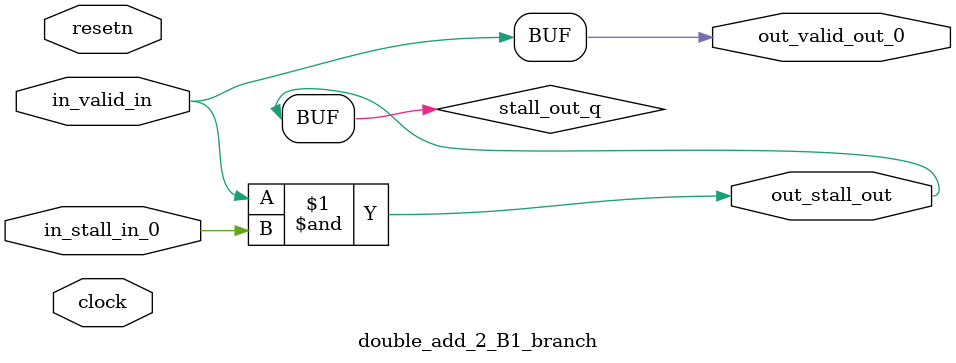
<source format=sv>



(* altera_attribute = "-name AUTO_SHIFT_REGISTER_RECOGNITION OFF; -name MESSAGE_DISABLE 10036; -name MESSAGE_DISABLE 10037; -name MESSAGE_DISABLE 14130; -name MESSAGE_DISABLE 14320; -name MESSAGE_DISABLE 15400; -name MESSAGE_DISABLE 14130; -name MESSAGE_DISABLE 10036; -name MESSAGE_DISABLE 12020; -name MESSAGE_DISABLE 12030; -name MESSAGE_DISABLE 12010; -name MESSAGE_DISABLE 12110; -name MESSAGE_DISABLE 14320; -name MESSAGE_DISABLE 13410; -name MESSAGE_DISABLE 113007; -name MESSAGE_DISABLE 10958" *)
module double_add_2_B1_branch (
    input wire [0:0] in_stall_in_0,
    input wire [0:0] in_valid_in,
    output wire [0:0] out_stall_out,
    output wire [0:0] out_valid_out_0,
    input wire clock,
    input wire resetn
    );

    wire [0:0] stall_out_q;


    // stall_out(LOGICAL,6)
    assign stall_out_q = in_valid_in & in_stall_in_0;

    // out_stall_out(GPOUT,4)
    assign out_stall_out = stall_out_q;

    // out_valid_out_0(GPOUT,5)
    assign out_valid_out_0 = in_valid_in;

endmodule

</source>
